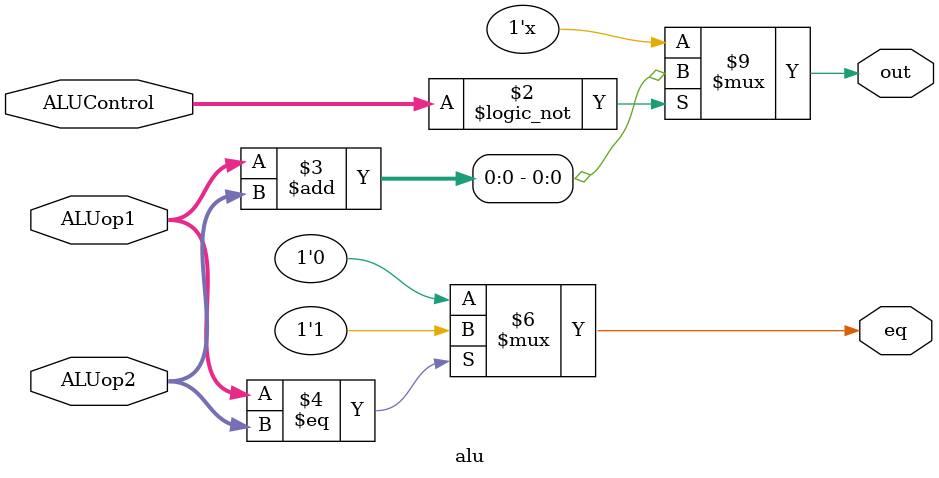
<source format=sv>
module alu #(
    DATA_WIDTH = 32
)(
    // interface signals
    input logic        [DATA_WIDTH-1:0]         ALUop1,
    input logic        [DATA_WIDTH-1:0]         ALUop2,       // rs1
    input logic        [2:0]                    ALUControl,      
    output logic                                eq,
    output logic                                out           // ALUout
);

    always_comb begin
        if(ALUControl == 3'b000)
            out = ALUop1 + ALUop2;
        
        if(ALUop1 == ALUop2)
            eq = 1;
        else 
            eq = 0;
        
    end

endmodule

</source>
